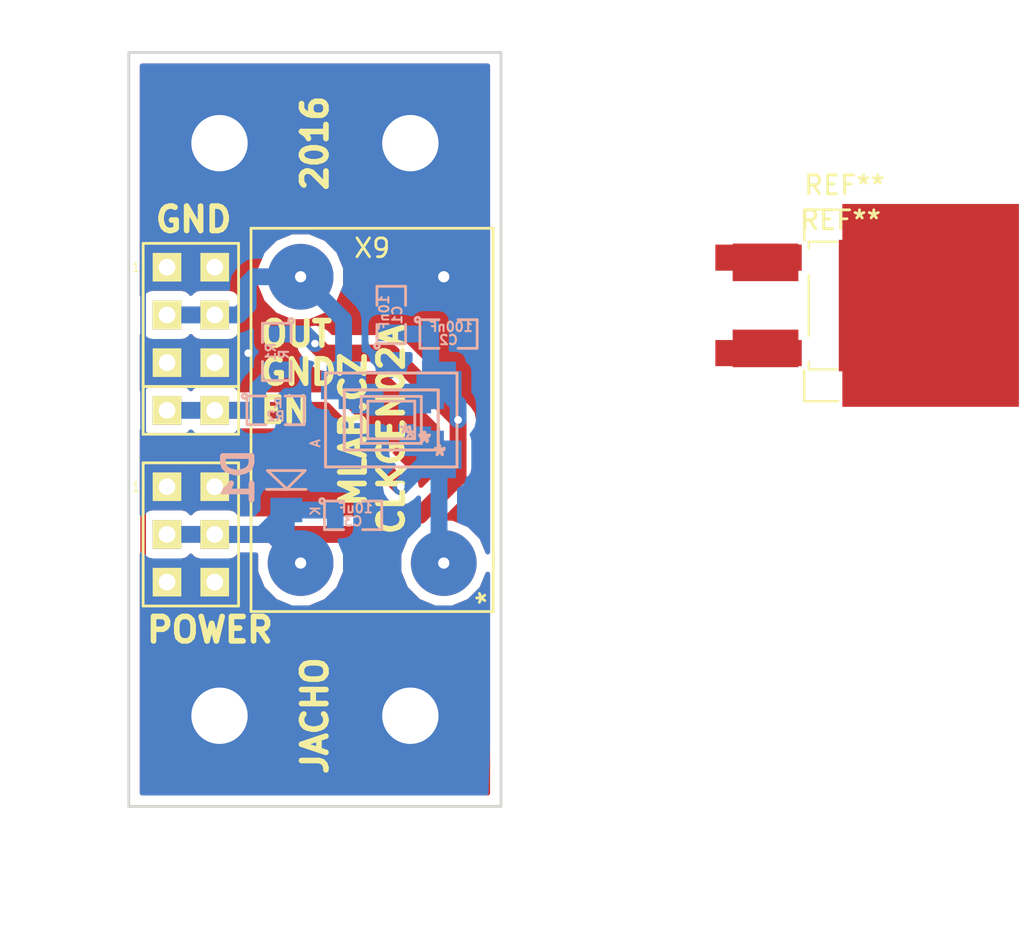
<source format=kicad_pcb>
(kicad_pcb (version 20170123) (host pcbnew "(2017-02-05 revision 431abcf)-makepkg")

  (general
    (links 0)
    (no_connects 0)
    (area -6.604 -43.18 24.384001 7.112001)
    (thickness 1.6)
    (drawings 13)
    (tracks 76)
    (zones 0)
    (modules 23)
    (nets 5)
  )

  (page A4)
  (layers
    (0 F.Cu signal)
    (31 B.Cu signal)
    (32 B.Adhes user)
    (33 F.Adhes user)
    (34 B.Paste user)
    (35 F.Paste user)
    (36 B.SilkS user)
    (37 F.SilkS user)
    (38 B.Mask user)
    (39 F.Mask user)
    (40 Dwgs.User user)
    (41 Cmts.User user)
    (42 Eco1.User user)
    (43 Eco2.User user)
    (44 Edge.Cuts user)
    (45 Margin user)
    (46 B.CrtYd user)
    (47 F.CrtYd user)
    (48 B.Fab user)
    (49 F.Fab user)
  )

  (setup
    (last_trace_width 0.25)
    (user_trace_width 0.3)
    (user_trace_width 0.4)
    (user_trace_width 0.5)
    (user_trace_width 0.6)
    (user_trace_width 0.7)
    (user_trace_width 0.8)
    (user_trace_width 0.9)
    (trace_clearance 0.2)
    (zone_clearance 0.508)
    (zone_45_only no)
    (trace_min 0.2)
    (segment_width 0.2)
    (edge_width 0.15)
    (via_size 0.8)
    (via_drill 0.4)
    (via_min_size 0.4)
    (via_min_drill 0.3)
    (uvia_size 0.3)
    (uvia_drill 0.1)
    (uvias_allowed no)
    (uvia_min_size 0.2)
    (uvia_min_drill 0.1)
    (pcb_text_width 0.3)
    (pcb_text_size 1.5 1.5)
    (mod_edge_width 0.15)
    (mod_text_size 1 1)
    (mod_text_width 0.15)
    (pad_size 6 6)
    (pad_drill 3)
    (pad_to_mask_clearance 0.2)
    (aux_axis_origin 0 0)
    (visible_elements 7FFFFF7F)
    (pcbplotparams
      (layerselection 0x010e0_80000001)
      (usegerberextensions false)
      (excludeedgelayer true)
      (linewidth 0.500000)
      (plotframeref false)
      (viasonmask false)
      (mode 1)
      (useauxorigin false)
      (hpglpennumber 1)
      (hpglpenspeed 20)
      (hpglpendiameter 15)
      (psnegative false)
      (psa4output false)
      (plotreference true)
      (plotvalue true)
      (plotinvisibletext false)
      (padsonsilk false)
      (subtractmaskfromsilk false)
      (outputformat 1)
      (mirror false)
      (drillshape 0)
      (scaleselection 1)
      (outputdirectory ../CAM_PROFI/))
  )

  (net 0 "")
  (net 1 VCC)
  (net 2 GND)
  (net 3 /EN)
  (net 4 /OUT)

  (net_class Default "Toto je výchozí třída sítě."
    (clearance 0.2)
    (trace_width 0.25)
    (via_dia 0.8)
    (via_drill 0.4)
    (uvia_dia 0.3)
    (uvia_drill 0.1)
    (add_net /EN)
    (add_net /OUT)
    (add_net GND)
    (add_net VCC)
  )

  (module Mlab_IO:DPAK-TO-252-2Lead (layer F.Cu) (tedit 58B3FEBC) (tstamp 58B47237)
    (at 37.846 -26.924)
    (descr "TO-252-2Lead DPAK")
    (attr smd)
    (fp_text reference REF** (at 0.3 -4.54) (layer F.SilkS)
      (effects (font (size 1 1) (thickness 0.15)))
    )
    (fp_text value TO-252-2Lead (at 0.25 4.81) (layer F.Fab)
      (effects (font (size 1 1) (thickness 0.15)))
    )
    (fp_line (start -1.4 -3.04) (end -1.4 -3.39) (layer F.SilkS) (width 0.12))
    (fp_line (start -1.4 -3.39) (end 0.1 -3.39) (layer F.SilkS) (width 0.12))
    (fp_line (start -1.4 1.61) (end -1.4 -1.59) (layer F.SilkS) (width 0.12))
    (fp_line (start 0.1 3.41) (end -1.4 3.41) (layer F.SilkS) (width 0.12))
    (fp_line (start -1.4 3.41) (end -1.4 3.01) (layer F.SilkS) (width 0.12))
    (fp_line (start 4.68 -2.7) (end 5.88 -2.7) (layer F.Fab) (width 0.1))
    (fp_line (start 5.88 -2.7) (end 5.88 2.72) (layer F.Fab) (width 0.1))
    (fp_line (start 5.88 2.72) (end 4.67 2.72) (layer F.Fab) (width 0.1))
    (fp_line (start -1.32 1.74) (end -4.23 1.74) (layer F.Fab) (width 0.1))
    (fp_line (start -4.23 2.88) (end -1.32 2.88) (layer F.Fab) (width 0.1))
    (fp_line (start -4.23 1.74) (end -4.23 2.88) (layer F.Fab) (width 0.1))
    (fp_line (start -4.23 -2.86) (end -4.23 -1.72) (layer F.Fab) (width 0.1))
    (fp_line (start -4.23 -1.72) (end -1.32 -1.72) (layer F.Fab) (width 0.1))
    (fp_line (start -1.32 -2.86) (end -4.23 -2.86) (layer F.Fab) (width 0.1))
    (fp_line (start -1.32 3.36) (end 4.67 3.36) (layer F.Fab) (width 0.1))
    (fp_line (start 4.67 3.36) (end 4.67 -3.34) (layer F.Fab) (width 0.1))
    (fp_line (start 4.67 -3.34) (end -1.32 -3.34) (layer F.Fab) (width 0.1))
    (fp_line (start -1.32 3.36) (end -1.32 -3.34) (layer F.Fab) (width 0.1))
    (fp_line (start 7.45 -3.74) (end 7.45 3.76) (layer F.CrtYd) (width 0.05))
    (fp_line (start 7.45 -3.74) (end -5.7 -3.74) (layer F.CrtYd) (width 0.05))
    (fp_line (start -5.7 3.76) (end 7.45 3.76) (layer F.CrtYd) (width 0.05))
    (fp_line (start -5.7 3.76) (end -5.7 -3.74) (layer F.CrtYd) (width 0.05))
    (pad 1 smd rect (at -3.7 -2.29 270) (size 2 3.5) (layers F.Cu F.Paste F.Mask))
    (pad 3 smd rect (at -3.7 2.29 270) (size 2 3.5) (layers F.Cu F.Paste F.Mask))
    (pad 4 smd rect (at 3.7 0.01 270) (size 7 7) (layers F.Cu F.Paste F.Mask))
    (model TO_SOT_Packages_SMD.3dshapes\TO-252-2Lead.wrl
      (at (xyz -0.1377952755905512 0 0))
      (scale (xyz 1 1 1))
      (rotate (xyz 0 0 90))
    )
  )

  (module Mlab_IO:D2PAK-TO-263-2Lead (layer F.Cu) (tedit 58B40229) (tstamp 58B414DB)
    (at 38.354 -26.924)
    (descr "D2PAK / TO-263 3-lead smd package")
    (tags "D2PAK D2PAK-3 TO-263AB TO-263")
    (attr smd)
    (fp_text reference REF** (at 0 -6.4 180) (layer F.SilkS)
      (effects (font (size 1 1) (thickness 0.15)))
    )
    (fp_text value D2PAK-TO-263-2Lead (at 0 6.45) (layer F.Fab)
      (effects (font (size 1 1) (thickness 0.15)))
    )
    (fp_line (start -2.15 3.45) (end -2.15 5.1) (layer F.SilkS) (width 0.12))
    (fp_line (start -2.15 5.1) (end -0.35 5.1) (layer F.SilkS) (width 0.12))
    (fp_line (start -0.35 -5.1) (end -2.15 -5.1) (layer F.SilkS) (width 0.12))
    (fp_line (start -2.15 -5.1) (end -2.15 -3.45) (layer F.SilkS) (width 0.12))
    (fp_line (start 6.95 5) (end 8.15 5) (layer F.Fab) (width 0.1))
    (fp_line (start 8.15 5) (end 8.15 -5) (layer F.Fab) (width 0.1))
    (fp_line (start 8.15 -5) (end 6.95 -5) (layer F.Fab) (width 0.1))
    (fp_line (start -2.05 -5) (end -2.05 5) (layer F.Fab) (width 0.1))
    (fp_line (start -2.05 5) (end 6.95 5) (layer F.Fab) (width 0.1))
    (fp_line (start 6.95 5) (end 6.95 -5) (layer F.Fab) (width 0.1))
    (fp_line (start 6.95 -5) (end -2.05 -5) (layer F.Fab) (width 0.1))
    (fp_line (start 9.55 5.65) (end -7.15 5.65) (layer F.CrtYd) (width 0.05))
    (fp_line (start 9.55 -5.65) (end 9.55 5.65) (layer F.CrtYd) (width 0.05))
    (fp_line (start 9.55 -5.65) (end -7.15 -5.65) (layer F.CrtYd) (width 0.05))
    (fp_line (start -7.15 -5.65) (end -7.15 5.65) (layer F.CrtYd) (width 0.05))
    (pad 4 smd rect (at 4.58 0) (size 9.4 10.8) (layers F.Cu F.Paste F.Mask))
    (pad 3 smd rect (at -4.58 2.54) (size 4.6 1.39) (layers F.Cu F.Paste F.Mask))
    (pad 1 smd rect (at -4.58 -2.54) (size 4.6 1.39) (layers F.Cu F.Paste F.Mask))
    (model TO_SOT_Packages_SMD.3dshapes/TO-263-3Lead.wrl
      (at (xyz -0.18 0 0))
      (scale (xyz 1 1 1))
      (rotate (xyz 0 0 90))
    )
  )

  (module Mlab_R:SMD-0805 (layer B.Cu) (tedit 54799E0C) (tstamp 57D25475)
    (at 14.224 -26.416 90)
    (path /57D269CE)
    (attr smd)
    (fp_text reference C1 (at 0 0.3175 90) (layer B.SilkS)
      (effects (font (size 0.50038 0.50038) (thickness 0.10922)) (justify mirror))
    )
    (fp_text value 10nF (at 0.127 -0.381 90) (layer B.SilkS)
      (effects (font (size 0.50038 0.50038) (thickness 0.10922)) (justify mirror))
    )
    (fp_circle (center -1.651 -0.762) (end -1.651 -0.635) (layer B.SilkS) (width 0.15))
    (fp_line (start -0.508 -0.762) (end -1.524 -0.762) (layer B.SilkS) (width 0.15))
    (fp_line (start -1.524 -0.762) (end -1.524 0.762) (layer B.SilkS) (width 0.15))
    (fp_line (start -1.524 0.762) (end -0.508 0.762) (layer B.SilkS) (width 0.15))
    (fp_line (start 0.508 0.762) (end 1.524 0.762) (layer B.SilkS) (width 0.15))
    (fp_line (start 1.524 0.762) (end 1.524 -0.762) (layer B.SilkS) (width 0.15))
    (fp_line (start 1.524 -0.762) (end 0.508 -0.762) (layer B.SilkS) (width 0.15))
    (pad 1 smd rect (at -0.9525 0 90) (size 0.889 1.397) (layers B.Cu B.Paste B.Mask)
      (net 1 VCC))
    (pad 2 smd rect (at 0.9525 0 90) (size 0.889 1.397) (layers B.Cu B.Paste B.Mask)
      (net 2 GND))
    (model MLAB_3D/Resistors/chip_cms.wrl
      (at (xyz 0 0 0))
      (scale (xyz 0.1 0.1 0.1))
      (rotate (xyz 0 0 0))
    )
  )

  (module Mlab_R:SMD-0805 (layer B.Cu) (tedit 54799E0C) (tstamp 57D2547B)
    (at 17.272 -25.4)
    (path /57D26AA8)
    (attr smd)
    (fp_text reference C2 (at 0 0.3175) (layer B.SilkS)
      (effects (font (size 0.50038 0.50038) (thickness 0.10922)) (justify mirror))
    )
    (fp_text value 100nF (at 0.127 -0.381) (layer B.SilkS)
      (effects (font (size 0.50038 0.50038) (thickness 0.10922)) (justify mirror))
    )
    (fp_circle (center -1.651 -0.762) (end -1.651 -0.635) (layer B.SilkS) (width 0.15))
    (fp_line (start -0.508 -0.762) (end -1.524 -0.762) (layer B.SilkS) (width 0.15))
    (fp_line (start -1.524 -0.762) (end -1.524 0.762) (layer B.SilkS) (width 0.15))
    (fp_line (start -1.524 0.762) (end -0.508 0.762) (layer B.SilkS) (width 0.15))
    (fp_line (start 0.508 0.762) (end 1.524 0.762) (layer B.SilkS) (width 0.15))
    (fp_line (start 1.524 0.762) (end 1.524 -0.762) (layer B.SilkS) (width 0.15))
    (fp_line (start 1.524 -0.762) (end 0.508 -0.762) (layer B.SilkS) (width 0.15))
    (pad 1 smd rect (at -0.9525 0) (size 0.889 1.397) (layers B.Cu B.Paste B.Mask)
      (net 1 VCC))
    (pad 2 smd rect (at 0.9525 0) (size 0.889 1.397) (layers B.Cu B.Paste B.Mask)
      (net 2 GND))
    (model MLAB_3D/Resistors/chip_cms.wrl
      (at (xyz 0 0 0))
      (scale (xyz 0.1 0.1 0.1))
      (rotate (xyz 0 0 0))
    )
  )

  (module Mlab_R:SMD-0805 (layer B.Cu) (tedit 54799E0C) (tstamp 57D25481)
    (at 12.192 -15.748)
    (path /57D26AEE)
    (attr smd)
    (fp_text reference C3 (at 0 0.3175) (layer B.SilkS)
      (effects (font (size 0.50038 0.50038) (thickness 0.10922)) (justify mirror))
    )
    (fp_text value 10uF (at 0.127 -0.381) (layer B.SilkS)
      (effects (font (size 0.50038 0.50038) (thickness 0.10922)) (justify mirror))
    )
    (fp_circle (center -1.651 -0.762) (end -1.651 -0.635) (layer B.SilkS) (width 0.15))
    (fp_line (start -0.508 -0.762) (end -1.524 -0.762) (layer B.SilkS) (width 0.15))
    (fp_line (start -1.524 -0.762) (end -1.524 0.762) (layer B.SilkS) (width 0.15))
    (fp_line (start -1.524 0.762) (end -0.508 0.762) (layer B.SilkS) (width 0.15))
    (fp_line (start 0.508 0.762) (end 1.524 0.762) (layer B.SilkS) (width 0.15))
    (fp_line (start 1.524 0.762) (end 1.524 -0.762) (layer B.SilkS) (width 0.15))
    (fp_line (start 1.524 -0.762) (end 0.508 -0.762) (layer B.SilkS) (width 0.15))
    (pad 1 smd rect (at -0.9525 0) (size 0.889 1.397) (layers B.Cu B.Paste B.Mask)
      (net 1 VCC))
    (pad 2 smd rect (at 0.9525 0) (size 0.889 1.397) (layers B.Cu B.Paste B.Mask)
      (net 2 GND))
    (model MLAB_3D/Resistors/chip_cms.wrl
      (at (xyz 0 0 0))
      (scale (xyz 0.1 0.1 0.1))
      (rotate (xyz 0 0 0))
    )
  )

  (module Mlab_Pin_Headers:Straight_2x03 (layer F.Cu) (tedit 55DC1460) (tstamp 57D25491)
    (at 3.556 -14.732)
    (descr "pin header straight 2x03")
    (tags "pin header straight 2x03")
    (path /57D2642C)
    (fp_text reference J1 (at 0 -5.08) (layer F.SilkS) hide
      (effects (font (size 1.5 1.5) (thickness 0.15)))
    )
    (fp_text value JUMP_3X2 (at 0 5.08) (layer F.SilkS) hide
      (effects (font (size 1.5 1.5) (thickness 0.15)))
    )
    (fp_text user 1 (at -2.921 -2.54) (layer F.SilkS)
      (effects (font (size 0.5 0.5) (thickness 0.05)))
    )
    (fp_line (start -2.54 -3.81) (end 2.54 -3.81) (layer F.SilkS) (width 0.15))
    (fp_line (start 2.54 -3.81) (end 2.54 3.81) (layer F.SilkS) (width 0.15))
    (fp_line (start 2.54 3.81) (end -2.54 3.81) (layer F.SilkS) (width 0.15))
    (fp_line (start -2.54 3.81) (end -2.54 -3.81) (layer F.SilkS) (width 0.15))
    (pad 1 thru_hole rect (at -1.27 -2.54) (size 1.524 1.524) (drill 0.889) (layers *.Cu *.Mask F.SilkS)
      (net 2 GND))
    (pad 2 thru_hole rect (at 1.27 -2.54) (size 1.524 1.524) (drill 0.889) (layers *.Cu *.Mask F.SilkS)
      (net 2 GND))
    (pad 3 thru_hole rect (at -1.27 0) (size 1.524 1.524) (drill 0.889) (layers *.Cu *.Mask F.SilkS)
      (net 1 VCC))
    (pad 4 thru_hole rect (at 1.27 0) (size 1.524 1.524) (drill 0.889) (layers *.Cu *.Mask F.SilkS)
      (net 1 VCC))
    (pad 5 thru_hole rect (at -1.27 2.54) (size 1.524 1.524) (drill 0.889) (layers *.Cu *.Mask F.SilkS)
      (net 2 GND))
    (pad 6 thru_hole rect (at 1.27 2.54) (size 1.524 1.524) (drill 0.889) (layers *.Cu *.Mask F.SilkS)
      (net 2 GND))
    (model Pin_Headers/Pin_Header_Straight_2x03.wrl
      (at (xyz 0 0 0))
      (scale (xyz 1 1 1))
      (rotate (xyz 0 0 90))
    )
  )

  (module Mlab_Pin_Headers:Straight_2x03 (layer F.Cu) (tedit 55DC1460) (tstamp 57D254A0)
    (at 3.556 -26.416)
    (descr "pin header straight 2x03")
    (tags "pin header straight 2x03")
    (path /57D273F3)
    (fp_text reference J3 (at 0 -5.08) (layer F.SilkS) hide
      (effects (font (size 1.5 1.5) (thickness 0.15)))
    )
    (fp_text value JUMP_3X2 (at 0 5.08) (layer F.SilkS) hide
      (effects (font (size 1.5 1.5) (thickness 0.15)))
    )
    (fp_text user 1 (at -2.921 -2.54) (layer F.SilkS)
      (effects (font (size 0.5 0.5) (thickness 0.05)))
    )
    (fp_line (start -2.54 -3.81) (end 2.54 -3.81) (layer F.SilkS) (width 0.15))
    (fp_line (start 2.54 -3.81) (end 2.54 3.81) (layer F.SilkS) (width 0.15))
    (fp_line (start 2.54 3.81) (end -2.54 3.81) (layer F.SilkS) (width 0.15))
    (fp_line (start -2.54 3.81) (end -2.54 -3.81) (layer F.SilkS) (width 0.15))
    (pad 1 thru_hole rect (at -1.27 -2.54) (size 1.524 1.524) (drill 0.889) (layers *.Cu *.Mask F.SilkS)
      (net 2 GND))
    (pad 2 thru_hole rect (at 1.27 -2.54) (size 1.524 1.524) (drill 0.889) (layers *.Cu *.Mask F.SilkS)
      (net 2 GND))
    (pad 3 thru_hole rect (at -1.27 0) (size 1.524 1.524) (drill 0.889) (layers *.Cu *.Mask F.SilkS)
      (net 4 /OUT))
    (pad 4 thru_hole rect (at 1.27 0) (size 1.524 1.524) (drill 0.889) (layers *.Cu *.Mask F.SilkS)
      (net 4 /OUT))
    (pad 5 thru_hole rect (at -1.27 2.54) (size 1.524 1.524) (drill 0.889) (layers *.Cu *.Mask F.SilkS)
      (net 2 GND))
    (pad 6 thru_hole rect (at 1.27 2.54) (size 1.524 1.524) (drill 0.889) (layers *.Cu *.Mask F.SilkS)
      (net 2 GND))
    (model Pin_Headers/Pin_Header_Straight_2x03.wrl
      (at (xyz 0 0 0))
      (scale (xyz 1 1 1))
      (rotate (xyz 0 0 90))
    )
  )

  (module Mlab_Mechanical:MountingHole_3mm placed (layer F.Cu) (tedit 5535DB2C) (tstamp 57D254A5)
    (at 5.08 -5.08)
    (descr "Mounting hole, Befestigungsbohrung, 3mm, No Annular, Kein Restring,")
    (tags "Mounting hole, Befestigungsbohrung, 3mm, No Annular, Kein Restring,")
    (path /57D299A2)
    (fp_text reference M1 (at 0 -4.191) (layer F.SilkS) hide
      (effects (font (thickness 0.3048)))
    )
    (fp_text value HOLE (at 0 4.191) (layer F.SilkS) hide
      (effects (font (thickness 0.3048)))
    )
    (fp_circle (center 0 0) (end 2.99974 0) (layer Cmts.User) (width 0.381))
    (pad 1 thru_hole circle (at 0 0) (size 6 6) (drill 3) (layers *.Cu *.Adhes *.Mask)
      (net 2 GND) (clearance 1) (zone_connect 2))
  )

  (module Mlab_Mechanical:MountingHole_3mm placed (layer F.Cu) (tedit 5535DB2C) (tstamp 57D254AA)
    (at 5.08 -35.56)
    (descr "Mounting hole, Befestigungsbohrung, 3mm, No Annular, Kein Restring,")
    (tags "Mounting hole, Befestigungsbohrung, 3mm, No Annular, Kein Restring,")
    (path /57D2A387)
    (fp_text reference M2 (at 0 -4.191) (layer F.SilkS) hide
      (effects (font (thickness 0.3048)))
    )
    (fp_text value HOLE (at 0 4.191) (layer F.SilkS) hide
      (effects (font (thickness 0.3048)))
    )
    (fp_circle (center 0 0) (end 2.99974 0) (layer Cmts.User) (width 0.381))
    (pad 1 thru_hole circle (at 0 0) (size 6 6) (drill 3) (layers *.Cu *.Adhes *.Mask)
      (net 2 GND) (clearance 1) (zone_connect 2))
  )

  (module Mlab_Mechanical:MountingHole_3mm placed (layer F.Cu) (tedit 5535DB2C) (tstamp 57D254AF)
    (at 15.24 -5.08)
    (descr "Mounting hole, Befestigungsbohrung, 3mm, No Annular, Kein Restring,")
    (tags "Mounting hole, Befestigungsbohrung, 3mm, No Annular, Kein Restring,")
    (path /57D2A075)
    (fp_text reference M3 (at 0 -4.191) (layer F.SilkS) hide
      (effects (font (thickness 0.3048)))
    )
    (fp_text value HOLE (at 0 4.191) (layer F.SilkS) hide
      (effects (font (thickness 0.3048)))
    )
    (fp_circle (center 0 0) (end 2.99974 0) (layer Cmts.User) (width 0.381))
    (pad 1 thru_hole circle (at 0 0) (size 6 6) (drill 3) (layers *.Cu *.Adhes *.Mask)
      (net 2 GND) (clearance 1) (zone_connect 2))
  )

  (module Mlab_Mechanical:MountingHole_3mm placed (layer F.Cu) (tedit 5535DB2C) (tstamp 57D254B4)
    (at 15.24 -35.56)
    (descr "Mounting hole, Befestigungsbohrung, 3mm, No Annular, Kein Restring,")
    (tags "Mounting hole, Befestigungsbohrung, 3mm, No Annular, Kein Restring,")
    (path /57D2A395)
    (fp_text reference M4 (at 0 -4.191) (layer F.SilkS) hide
      (effects (font (thickness 0.3048)))
    )
    (fp_text value HOLE (at 0 4.191) (layer F.SilkS) hide
      (effects (font (thickness 0.3048)))
    )
    (fp_circle (center 0 0) (end 2.99974 0) (layer Cmts.User) (width 0.381))
    (pad 1 thru_hole circle (at 0 0) (size 6 6) (drill 3) (layers *.Cu *.Adhes *.Mask)
      (net 2 GND) (clearance 1) (zone_connect 2))
  )

  (module Mlab_R:SMD-0805 (layer B.Cu) (tedit 54799E0C) (tstamp 57D254BA)
    (at 8.128 -24.4475 270)
    (path /57D25C77)
    (attr smd)
    (fp_text reference R1 (at 0 0.3175 270) (layer B.SilkS)
      (effects (font (size 0.50038 0.50038) (thickness 0.10922)) (justify mirror))
    )
    (fp_text value R (at 0.127 -0.381 270) (layer B.SilkS)
      (effects (font (size 0.50038 0.50038) (thickness 0.10922)) (justify mirror))
    )
    (fp_circle (center -1.651 -0.762) (end -1.651 -0.635) (layer B.SilkS) (width 0.15))
    (fp_line (start -0.508 -0.762) (end -1.524 -0.762) (layer B.SilkS) (width 0.15))
    (fp_line (start -1.524 -0.762) (end -1.524 0.762) (layer B.SilkS) (width 0.15))
    (fp_line (start -1.524 0.762) (end -0.508 0.762) (layer B.SilkS) (width 0.15))
    (fp_line (start 0.508 0.762) (end 1.524 0.762) (layer B.SilkS) (width 0.15))
    (fp_line (start 1.524 0.762) (end 1.524 -0.762) (layer B.SilkS) (width 0.15))
    (fp_line (start 1.524 -0.762) (end 0.508 -0.762) (layer B.SilkS) (width 0.15))
    (pad 1 smd rect (at -0.9525 0 270) (size 0.889 1.397) (layers B.Cu B.Paste B.Mask)
      (net 1 VCC))
    (pad 2 smd rect (at 0.9525 0 270) (size 0.889 1.397) (layers B.Cu B.Paste B.Mask)
      (net 3 /EN))
    (model MLAB_3D/Resistors/chip_cms.wrl
      (at (xyz 0 0 0))
      (scale (xyz 0.1 0.1 0.1))
      (rotate (xyz 0 0 0))
    )
  )

  (module Mlab_R:SMD-0805 (layer B.Cu) (tedit 54799E0C) (tstamp 57D254C0)
    (at 8.0645 -21.336)
    (path /57D25CC8)
    (attr smd)
    (fp_text reference R2 (at 0 0.3175) (layer B.SilkS)
      (effects (font (size 0.50038 0.50038) (thickness 0.10922)) (justify mirror))
    )
    (fp_text value R (at 0.127 -0.381) (layer B.SilkS)
      (effects (font (size 0.50038 0.50038) (thickness 0.10922)) (justify mirror))
    )
    (fp_circle (center -1.651 -0.762) (end -1.651 -0.635) (layer B.SilkS) (width 0.15))
    (fp_line (start -0.508 -0.762) (end -1.524 -0.762) (layer B.SilkS) (width 0.15))
    (fp_line (start -1.524 -0.762) (end -1.524 0.762) (layer B.SilkS) (width 0.15))
    (fp_line (start -1.524 0.762) (end -0.508 0.762) (layer B.SilkS) (width 0.15))
    (fp_line (start 0.508 0.762) (end 1.524 0.762) (layer B.SilkS) (width 0.15))
    (fp_line (start 1.524 0.762) (end 1.524 -0.762) (layer B.SilkS) (width 0.15))
    (fp_line (start 1.524 -0.762) (end 0.508 -0.762) (layer B.SilkS) (width 0.15))
    (pad 1 smd rect (at -0.9525 0) (size 0.889 1.397) (layers B.Cu B.Paste B.Mask)
      (net 3 /EN))
    (pad 2 smd rect (at 0.9525 0) (size 0.889 1.397) (layers B.Cu B.Paste B.Mask)
      (net 2 GND))
    (model MLAB_3D/Resistors/chip_cms.wrl
      (at (xyz 0 0 0))
      (scale (xyz 0.1 0.1 0.1))
      (rotate (xyz 0 0 0))
    )
  )

  (module Mlab_XTAL:ASFL1 (layer B.Cu) (tedit 57D290C2) (tstamp 57D254CD)
    (at 14.224 -20.828 180)
    (path /57D140B9)
    (fp_text reference X1 (at 0 2.794 180) (layer B.SilkS) hide
      (effects (font (size 1 1) (thickness 0.15)) (justify mirror))
    )
    (fp_text value "ASFL1, ASFLK" (at 0 -2.794 180) (layer B.SilkS) hide
      (effects (font (size 1 1) (thickness 0.15)) (justify mirror))
    )
    (fp_text user * (at -1.7399 -1.1938 180) (layer B.SilkS)
      (effects (font (size 1 1) (thickness 0.15)) (justify mirror))
    )
    (fp_line (start -2.5 1.6) (end 2.5 1.6) (layer B.SilkS) (width 0.15))
    (fp_line (start 2.5 1.6) (end 2.5 -1.6) (layer B.SilkS) (width 0.15))
    (fp_line (start 2.5 -1.6) (end -2.5 -1.6) (layer B.SilkS) (width 0.15))
    (fp_line (start -2.5 -1.6) (end -2.5 1.6) (layer B.SilkS) (width 0.15))
    (pad 1 smd rect (at -1.27 -1.1 180) (size 1.7 1.5) (layers B.Cu B.Paste B.Mask)
      (net 3 /EN))
    (pad 2 smd rect (at 1.27 -1.1 180) (size 1.7 1.5) (layers B.Cu B.Paste B.Mask)
      (net 2 GND))
    (pad 3 smd rect (at 1.27 1.1 180) (size 1.7 1.5) (layers B.Cu B.Paste B.Mask)
      (net 4 /OUT))
    (pad 4 smd rect (at -1.27 1.1 180) (size 1.7 1.5) (layers B.Cu B.Paste B.Mask)
      (net 1 VCC))
  )

  (module Mlab_XTAL:CFPS-72,73 (layer B.Cu) (tedit 57D290D2) (tstamp 57D254DA)
    (at 14.224 -20.828 180)
    (tags CFPS-72,73)
    (path /57D14167)
    (fp_text reference X2 (at 1.1811 1.4351 180) (layer B.SilkS) hide
      (effects (font (size 1 1) (thickness 0.15)) (justify mirror))
    )
    (fp_text value CFPS-72,CFPS-73 (at 1.1557 -0.254 180) (layer B.SilkS) hide
      (effects (font (size 1 1) (thickness 0.15)) (justify mirror))
    )
    (fp_text user * (at -2.5781 -1.905 180) (layer B.SilkS)
      (effects (font (size 1 1) (thickness 0.15)) (justify mirror))
    )
    (fp_line (start -3.5 2.5) (end 3.5 2.5) (layer B.SilkS) (width 0.15))
    (fp_line (start 3.5 2.5) (end 3.5 -2.5) (layer B.SilkS) (width 0.15))
    (fp_line (start 3.5 -2.5) (end -3.5 -2.5) (layer B.SilkS) (width 0.15))
    (fp_line (start -3.5 -2.5) (end -3.5 2.5) (layer B.SilkS) (width 0.15))
    (pad 1 smd rect (at -2.54 -2.1 180) (size 1.8 2) (layers B.Cu B.Paste B.Mask)
      (net 3 /EN))
    (pad 2 smd rect (at 2.54 -2.1 180) (size 1.8 2) (layers B.Cu B.Paste B.Mask)
      (net 2 GND))
    (pad 3 smd rect (at 2.54 2.1 180) (size 1.8 2) (layers B.Cu B.Paste B.Mask)
      (net 4 /OUT))
    (pad 4 smd rect (at -2.54 2.1 180) (size 1.8 2) (layers B.Cu B.Paste B.Mask)
      (net 1 VCC))
  )

  (module Mlab_XTAL:ISM92 (layer B.Cu) (tedit 57D290B6) (tstamp 57D254E7)
    (at 14.224 -20.828 180)
    (tags ISM92)
    (path /57D1428F)
    (fp_text reference X3 (at 0.3048 2.7178 180) (layer B.SilkS) hide
      (effects (font (size 1 1) (thickness 0.15)) (justify mirror))
    )
    (fp_text value ISM92 (at 1.5494 -2.794 180) (layer B.SilkS) hide
      (effects (font (size 1 1) (thickness 0.15)) (justify mirror))
    )
    (fp_text user * (at -1.8034 -1.2065 180) (layer B.SilkS)
      (effects (font (size 1 1) (thickness 0.15)) (justify mirror))
    )
    (fp_line (start -2.5 1.6) (end 2.5 1.6) (layer B.SilkS) (width 0.15))
    (fp_line (start 2.5 1.6) (end 2.5 -1.6) (layer B.SilkS) (width 0.15))
    (fp_line (start 2.5 -1.6) (end -2.5 -1.6) (layer B.SilkS) (width 0.15))
    (fp_line (start -2.5 -1.6) (end -2.5 1.6) (layer B.SilkS) (width 0.15))
    (pad 1 smd rect (at -1.45 -1.25 180) (size 1.6 1.35) (layers B.Cu B.Paste B.Mask)
      (net 3 /EN))
    (pad 2 smd rect (at 1.45 -1.25 180) (size 1.6 1.35) (layers B.Cu B.Paste B.Mask)
      (net 2 GND))
    (pad 3 smd rect (at 1.45 1.25 180) (size 1.6 1.35) (layers B.Cu B.Paste B.Mask)
      (net 4 /OUT))
    (pad 4 smd rect (at -1.45 1.25 180) (size 1.6 1.35) (layers B.Cu B.Paste B.Mask)
      (net 1 VCC))
  )

  (module Mlab_XTAL:ISM97 (layer B.Cu) (tedit 57D290DA) (tstamp 57D254F4)
    (at 14.224 -20.828 180)
    (tags ISM97)
    (path /57D144BA)
    (fp_text reference X4 (at 0.9144 1.9177 180) (layer B.SilkS) hide
      (effects (font (size 1 1) (thickness 0.15)) (justify mirror))
    )
    (fp_text value ISM97 (at 1.4351 -2.0066 180) (layer B.SilkS) hide
      (effects (font (size 1 1) (thickness 0.15)) (justify mirror))
    )
    (fp_text user * (at -1.0033 -1.0033 180) (layer B.SilkS)
      (effects (font (size 1 1) (thickness 0.15)) (justify mirror))
    )
    (fp_line (start -1.6 1.25) (end 1.6 1.25) (layer B.SilkS) (width 0.15))
    (fp_line (start 1.6 1.25) (end 1.6 -1.25) (layer B.SilkS) (width 0.15))
    (fp_line (start 1.6 -1.25) (end -1.6 -1.25) (layer B.SilkS) (width 0.15))
    (fp_line (start -1.6 -1.25) (end -1.6 1.25) (layer B.SilkS) (width 0.15))
    (pad 1 smd rect (at -1.3 -1 180) (size 1.4 1.3) (layers B.Cu B.Paste B.Mask)
      (net 3 /EN))
    (pad 2 smd rect (at 1.3 -1 180) (size 1.4 1.3) (layers B.Cu B.Paste B.Mask)
      (net 2 GND))
    (pad 3 smd rect (at 1.3 1 180) (size 1.4 1.3) (layers B.Cu B.Paste B.Mask)
      (net 4 /OUT))
    (pad 4 smd rect (at -1.3 1 180) (size 1.4 1.3) (layers B.Cu B.Paste B.Mask)
      (net 1 VCC))
  )

  (module Mlab_XTAL:I533_1534_1733_1734 (layer B.Cu) (tedit 57D290C9) (tstamp 57D2550E)
    (at 14.224 -20.828 180)
    (tags I533/1534/1733/1734)
    (path /57D141F8)
    (fp_text reference X6 (at 0.254 0.5334 180) (layer B.SilkS) hide
      (effects (font (size 1 1) (thickness 0.15)) (justify mirror))
    )
    (fp_text value I533_I534_I733_I734_Series (at 0.889 -3.1496 180) (layer B.SilkS) hide
      (effects (font (size 1 1) (thickness 0.15)) (justify mirror))
    )
    (fp_text user * (at -1.7653 -1.2827 180) (layer B.SilkS)
      (effects (font (size 1 1) (thickness 0.15)) (justify mirror))
    )
    (fp_line (start -2.5 1.6) (end 2.5 1.6) (layer B.SilkS) (width 0.15))
    (fp_line (start 2.5 1.6) (end 2.5 -1.6) (layer B.SilkS) (width 0.15))
    (fp_line (start 2.5 -1.6) (end -2.5 -1.6) (layer B.SilkS) (width 0.15))
    (fp_line (start -2.5 -1.6) (end -2.5 1.6) (layer B.SilkS) (width 0.15))
    (pad 1 smd rect (at -2 -1.25 180) (size 1.6 1.35) (layers B.Cu B.Paste B.Mask)
      (net 3 /EN))
    (pad 2 smd rect (at 2 -1.25 180) (size 1.6 1.35) (layers B.Cu B.Paste B.Mask)
      (net 2 GND))
    (pad 3 smd rect (at 2 1.25 180) (size 1.6 1.35) (layers B.Cu B.Paste B.Mask)
      (net 4 /OUT))
    (pad 4 smd rect (at -2 1.25 180) (size 1.6 1.35) (layers B.Cu B.Paste B.Mask)
      (net 1 VCC))
  )

  (module Mlab_XTAL:ISM81 (layer B.Cu) (tedit 57D290CE) (tstamp 57D2551B)
    (at 14.224 -20.828 180)
    (tags ISM81)
    (path /57D1425E)
    (fp_text reference X7 (at -0.127 1.5113 180) (layer B.SilkS) hide
      (effects (font (size 1 1) (thickness 0.15)) (justify mirror))
    )
    (fp_text value ISM81 (at 0.6096 -0.635 180) (layer B.SilkS) hide
      (effects (font (size 1 1) (thickness 0.15)) (justify mirror))
    )
    (fp_text user * (at -2.5781 -1.9812 180) (layer B.SilkS)
      (effects (font (size 1 1) (thickness 0.15)) (justify mirror))
    )
    (fp_line (start -3.5 2.5) (end 3.5 2.5) (layer B.SilkS) (width 0.15))
    (fp_line (start 3.5 2.5) (end 3.5 -2.5) (layer B.SilkS) (width 0.15))
    (fp_line (start 3.5 -2.5) (end -3.5 -2.5) (layer B.SilkS) (width 0.15))
    (fp_line (start -3.5 -2.5) (end -3.5 2.5) (layer B.SilkS) (width 0.15))
    (pad 1 smd rect (at -2.54 -1.85 180) (size 2.4 1.5) (layers B.Cu B.Paste B.Mask)
      (net 3 /EN))
    (pad 2 smd rect (at 2.54 -1.85 180) (size 2.4 1.5) (layers B.Cu B.Paste B.Mask)
      (net 2 GND))
    (pad 3 smd rect (at 2.54 1.85 180) (size 2.4 1.5) (layers B.Cu B.Paste B.Mask)
      (net 4 /OUT))
    (pad 4 smd rect (at -2.54 1.85 180) (size 2.4 1.5) (layers B.Cu B.Paste B.Mask)
      (net 1 VCC))
  )

  (module Mlab_XTAL:ISM95 (layer B.Cu) (tedit 57D290D6) (tstamp 57D25528)
    (at 14.224 -20.828 180)
    (tags ISM95)
    (path /57D14302)
    (fp_text reference X8 (at 0.9144 1.9177 180) (layer B.SilkS) hide
      (effects (font (size 1 1) (thickness 0.15)) (justify mirror))
    )
    (fp_text value ISM95 (at 1.4351 -2.0066 180) (layer B.SilkS) hide
      (effects (font (size 1 1) (thickness 0.15)) (justify mirror))
    )
    (fp_text user * (at -0.7493 -0.762 180) (layer B.SilkS)
      (effects (font (size 1 1) (thickness 0.15)) (justify mirror))
    )
    (fp_line (start -1.25 1) (end 1.25 1) (layer B.SilkS) (width 0.15))
    (fp_line (start 1.25 1) (end 1.25 -1) (layer B.SilkS) (width 0.15))
    (fp_line (start 1.25 -1) (end -1.25 -1) (layer B.SilkS) (width 0.15))
    (fp_line (start -1.25 -1) (end -1.25 1) (layer B.SilkS) (width 0.15))
    (pad 1 smd rect (at -0.825 -0.625 180) (size 0.9 0.8) (layers B.Cu B.Paste B.Mask)
      (net 3 /EN))
    (pad 2 smd rect (at 0.825 -0.625 180) (size 0.9 0.8) (layers B.Cu B.Paste B.Mask)
      (net 2 GND))
    (pad 3 smd rect (at 0.825 0.625 180) (size 0.9 0.8) (layers B.Cu B.Paste B.Mask)
      (net 4 /OUT))
    (pad 4 smd rect (at -0.825 0.625 180) (size 0.9 0.8) (layers B.Cu B.Paste B.Mask)
      (net 1 VCC))
  )

  (module Mlab_XTAL:OSC-F (layer F.Cu) (tedit 57D64AB1) (tstamp 57D25535)
    (at 13.208 -20.828 90)
    (tags OSC-F)
    (path /57D2949D)
    (fp_text reference X9 (at 9.144 0 180) (layer F.SilkS)
      (effects (font (size 1 1) (thickness 0.15)))
    )
    (fp_text value OSC-F (at 0.6731 1.0033 90) (layer F.SilkS) hide
      (effects (font (size 1 1) (thickness 0.15)))
    )
    (fp_text user * (at -9.4742 6.1087 90) (layer F.SilkS)
      (effects (font (size 1 1) (thickness 0.15)))
    )
    (fp_line (start -10.2 -6.45) (end 10.2 -6.45) (layer F.SilkS) (width 0.15))
    (fp_line (start 10.2 -6.45) (end 10.2 6.45) (layer F.SilkS) (width 0.15))
    (fp_line (start 10.2 6.45) (end -10.2 6.45) (layer F.SilkS) (width 0.15))
    (fp_line (start -10.2 6.45) (end -10.2 -6.45) (layer F.SilkS) (width 0.15))
    (pad 1 thru_hole circle (at -7.62 3.81 90) (size 3.5 3.5) (drill 0.6) (layers *.Cu *.Mask)
      (net 3 /EN))
    (pad 2 thru_hole circle (at 7.62 3.81 90) (size 3.5 3.5) (drill 0.6) (layers *.Cu *.Mask)
      (net 2 GND))
    (pad 3 thru_hole circle (at 7.62 -3.81 90) (size 3.5 3.5) (drill 0.6) (layers *.Cu *.Mask)
      (net 4 /OUT))
    (pad 4 thru_hole circle (at -7.62 -3.81 90) (size 3.5 3.5) (drill 0.6) (layers *.Cu *.Mask)
      (net 1 VCC))
  )

  (module Mlab_Pin_Headers:Straight_1x02 (layer F.Cu) (tedit 5535DB0D) (tstamp 57D25622)
    (at 3.556 -21.336 90)
    (descr "pin header straight 1x02")
    (tags "pin header straight 1x02")
    (path /57D25FB0)
    (fp_text reference J2 (at 0 -3.81 90) (layer F.SilkS) hide
      (effects (font (size 1.5 1.5) (thickness 0.15)))
    )
    (fp_text value JUMP_2x1 (at 0 3.81 90) (layer F.SilkS) hide
      (effects (font (size 1.5 1.5) (thickness 0.15)))
    )
    (fp_text user 1 (at -1.651 -1.27 90) (layer F.SilkS) hide
      (effects (font (size 0.5 0.5) (thickness 0.05)))
    )
    (fp_line (start -1.27 -2.54) (end 1.27 -2.54) (layer F.SilkS) (width 0.15))
    (fp_line (start 1.27 -2.54) (end 1.27 2.54) (layer F.SilkS) (width 0.15))
    (fp_line (start 1.27 2.54) (end -1.27 2.54) (layer F.SilkS) (width 0.15))
    (fp_line (start -1.27 2.54) (end -1.27 -2.54) (layer F.SilkS) (width 0.15))
    (pad 2 thru_hole rect (at 0 1.27 90) (size 1.524 1.524) (drill 0.889) (layers *.Cu *.Mask F.SilkS)
      (net 3 /EN))
    (pad 1 thru_hole rect (at 0 -1.27 90) (size 1.524 1.524) (drill 0.889) (layers *.Cu *.Mask F.SilkS)
      (net 3 /EN))
    (model Pin_Headers/Pin_Header_Straight_1x02.wrl
      (at (xyz 0 0 0))
      (scale (xyz 1 1 1))
      (rotate (xyz 0 0 90))
    )
  )

  (module Mlab_D:Diode-MiniMELF_Standard (layer B.Cu) (tedit 57D29160) (tstamp 57D25487)
    (at 8.636 -17.78 270)
    (descr "Diode Mini-MELF Standard")
    (tags "Diode Mini-MELF Standard")
    (path /57D26757)
    (attr smd)
    (fp_text reference D1 (at 0 2.54 270) (layer B.SilkS)
      (effects (font (thickness 0.3048)) (justify mirror))
    )
    (fp_text value BZV55C (at 0 -3.81 270) (layer B.SilkS) hide
      (effects (font (thickness 0.3048)) (justify mirror))
    )
    (fp_line (start 0.65024 -0.0508) (end -0.35052 1.00076) (layer B.SilkS) (width 0.15))
    (fp_line (start -0.35052 1.00076) (end -0.35052 -1.00076) (layer B.SilkS) (width 0.15))
    (fp_line (start -0.35052 -1.00076) (end 0.65024 0) (layer B.SilkS) (width 0.15))
    (fp_line (start 0.65024 1.04902) (end 0.65024 -1.04902) (layer B.SilkS) (width 0.15))
    (fp_text user A (at -1.80086 -1.5494 270) (layer B.SilkS)
      (effects (font (size 0.50038 0.50038) (thickness 0.09906)) (justify mirror))
    )
    (fp_text user K (at 1.80086 -1.5494 270) (layer B.SilkS)
      (effects (font (size 0.50038 0.50038) (thickness 0.09906)) (justify mirror))
    )
    (fp_circle (center 0 0) (end 0 -0.55118) (layer B.Adhes) (width 0.381))
    (fp_circle (center 0 0) (end 0 -0.20066) (layer B.Adhes) (width 0.381))
    (pad 2 smd rect (at -1.75006 0 270) (size 1.30048 1.69926) (layers B.Cu B.Paste B.Mask)
      (net 2 GND))
    (pad 1 smd rect (at 1.75006 0 270) (size 1.30048 1.69926) (layers B.Cu B.Paste B.Mask)
      (net 1 VCC))
    (model MLAB_3D/Diodes/MiniMELF_DO213AA.wrl
      (at (xyz 0 0 0))
      (scale (xyz 0.3937 0.3937 0.3937))
      (rotate (xyz 0 0 0))
    )
  )

  (gr_text CLKGEN02A (at 14.224 -20.32 90) (layer F.SilkS)
    (effects (font (size 1.3 1.3) (thickness 0.3)))
  )
  (gr_text 2016 (at 10.16 -35.56 90) (layer F.SilkS)
    (effects (font (size 1.3 1.3) (thickness 0.3)))
  )
  (gr_text JACHO (at 10.16 -5.08 90) (layer F.SilkS)
    (effects (font (size 1.3 1.3) (thickness 0.3)))
  )
  (gr_text MLAB.CZ (at 12.192 -20.32 90) (layer F.SilkS)
    (effects (font (size 1.3 1.3) (thickness 0.3)))
  )
  (gr_text GND (at 1.524 -31.496) (layer F.SilkS)
    (effects (font (size 1.3 1.3) (thickness 0.3)) (justify left))
  )
  (gr_text OUT (at 7.112 -25.4) (layer F.SilkS)
    (effects (font (size 1.3 1.3) (thickness 0.3)) (justify left))
  )
  (gr_text GND (at 7.112 -23.368) (layer F.SilkS)
    (effects (font (size 1.3 1.3) (thickness 0.3)) (justify left))
  )
  (gr_text EN (at 7.112 -21.336) (layer F.SilkS)
    (effects (font (size 1.3 1.3) (thickness 0.3)) (justify left))
  )
  (gr_text POWER (at 4.572 -9.652) (layer F.SilkS)
    (effects (font (size 1.3 1.3) (thickness 0.3)))
  )
  (gr_line (start 0.254 -40.386) (end 20.066 -40.386) (angle 90) (layer Edge.Cuts) (width 0.15))
  (gr_line (start 20.066 -0.254) (end 20.066 -40.386) (angle 90) (layer Edge.Cuts) (width 0.15))
  (gr_line (start 0.254 -0.254) (end 20.066 -0.254) (angle 90) (layer Edge.Cuts) (width 0.15))
  (gr_line (start 0.254 -40.386) (end 0.254 -0.254) (angle 90) (layer Edge.Cuts) (width 0.15))

  (segment (start 10.668 -24.384) (end 14.224 -24.384) (width 0.9) (layer F.Cu) (net 1))
  (segment (start 14.224 -24.384) (end 17.78 -20.828) (width 0.9) (layer F.Cu) (net 1))
  (segment (start 10.16 -24.892) (end 10.668 -24.384) (width 0.9) (layer F.Cu) (net 1))
  (segment (start 8.128 -25.4) (end 9.652 -25.4) (width 0.9) (layer B.Cu) (net 1))
  (segment (start 9.652 -25.4) (end 10.16 -24.892) (width 0.9) (layer B.Cu) (net 1))
  (via (at 10.16 -24.892) (size 0.8) (drill 0.4) (layers F.Cu B.Cu) (net 1))
  (via (at 17.78 -20.828) (size 0.8) (drill 0.4) (layers F.Cu B.Cu) (net 1))
  (segment (start 16.3195 -25.4) (end 14.2875 -25.4) (width 0.9) (layer B.Cu) (net 1))
  (segment (start 14.2875 -25.4) (end 14.224 -25.4635) (width 0.9) (layer B.Cu) (net 1))
  (segment (start 16.3195 -25.4) (end 16.3195 -23.1225) (width 0.9) (layer B.Cu) (net 1))
  (segment (start 16.3195 -23.1225) (end 16.764 -22.678) (width 0.9) (layer B.Cu) (net 1))
  (segment (start 17.78 -20.828) (end 17.78 -21.662) (width 0.9) (layer B.Cu) (net 1))
  (segment (start 17.78 -21.662) (end 16.764 -22.678) (width 0.9) (layer B.Cu) (net 1))
  (segment (start 15.832009 -15.832009) (end 17.78 -17.78) (width 0.9) (layer F.Cu) (net 1))
  (segment (start 17.78 -17.78) (end 17.78 -20.828) (width 0.9) (layer F.Cu) (net 1))
  (via (at 17.78 -20.828) (size 0.6) (drill 0.4) (layers F.Cu B.Cu) (net 1))
  (segment (start 15.748 -15.748) (end 15.832009 -15.832009) (width 0.9) (layer F.Cu) (net 1))
  (segment (start 14.763648 -15.748) (end 15.748 -15.748) (width 0.9) (layer F.Cu) (net 1))
  (segment (start 4.826 -14.732) (end 13.747648 -14.732) (width 0.9) (layer F.Cu) (net 1))
  (segment (start 13.747648 -14.732) (end 14.763648 -15.748) (width 0.9) (layer F.Cu) (net 1))
  (segment (start 8.636 -16.02994) (end 10.95756 -16.02994) (width 0.9) (layer B.Cu) (net 1))
  (segment (start 10.95756 -16.02994) (end 11.2395 -15.748) (width 0.9) (layer B.Cu) (net 1))
  (segment (start 4.826 -14.732) (end 7.874 -14.732) (width 0.9) (layer B.Cu) (net 1))
  (segment (start 7.874 -14.732) (end 9.398 -13.208) (width 0.9) (layer B.Cu) (net 1))
  (segment (start 8.636 -16.02994) (end 8.636 -13.97) (width 0.9) (layer B.Cu) (net 1))
  (segment (start 8.636 -13.97) (end 9.398 -13.208) (width 0.9) (layer B.Cu) (net 1))
  (segment (start 4.826 -14.732) (end 7.33806 -14.732) (width 0.9) (layer B.Cu) (net 1))
  (segment (start 7.33806 -14.732) (end 8.636 -16.02994) (width 0.9) (layer B.Cu) (net 1))
  (segment (start 2.286 -14.732) (end 4.826 -14.732) (width 0.9) (layer B.Cu) (net 1))
  (segment (start 1.016 -23.668) (end 1.016 -19.604) (width 0.3) (layer F.Cu) (net 2))
  (segment (start 1.016 -19.604) (end 2.286 -18.334) (width 0.3) (layer F.Cu) (net 2))
  (segment (start 2.286 -18.334) (end 2.286 -17.272) (width 0.3) (layer F.Cu) (net 2))
  (segment (start 1.224 -23.876) (end 1.016 -23.668) (width 0.3) (layer F.Cu) (net 2))
  (segment (start 1.016 -28.748) (end 1.016 -24.084) (width 0.3) (layer F.Cu) (net 2))
  (segment (start 1.016 -24.084) (end 1.224 -23.876) (width 0.3) (layer F.Cu) (net 2))
  (segment (start 1.224 -23.876) (end 2.286 -23.876) (width 0.3) (layer F.Cu) (net 2))
  (segment (start 2.286 -28.956) (end 1.224 -28.956) (width 0.3) (layer F.Cu) (net 2))
  (segment (start 1.224 -28.956) (end 1.016 -28.748) (width 0.3) (layer F.Cu) (net 2))
  (segment (start 1.016 -17.064) (end 1.016 -12.4) (width 0.3) (layer F.Cu) (net 2))
  (segment (start 1.224 -12.192) (end 2.286 -12.192) (width 0.3) (layer F.Cu) (net 2))
  (segment (start 1.016 -12.4) (end 1.224 -12.192) (width 0.3) (layer F.Cu) (net 2))
  (segment (start 2.286 -17.272) (end 1.224 -17.272) (width 0.3) (layer F.Cu) (net 2))
  (segment (start 1.224 -17.272) (end 1.016 -17.064) (width 0.3) (layer F.Cu) (net 2))
  (segment (start 1.016 -23.668) (end 1.016 -19.604) (width 0.3) (layer B.Cu) (net 2))
  (segment (start 1.016 -19.604) (end 2.286 -18.334) (width 0.3) (layer B.Cu) (net 2))
  (segment (start 2.286 -18.334) (end 2.286 -17.272) (width 0.3) (layer B.Cu) (net 2))
  (segment (start 1.224 -23.876) (end 1.016 -23.668) (width 0.3) (layer B.Cu) (net 2))
  (segment (start 1.016 -24.084) (end 1.016 -28.748) (width 0.3) (layer B.Cu) (net 2))
  (segment (start 1.016 -28.748) (end 1.224 -28.956) (width 0.3) (layer B.Cu) (net 2))
  (segment (start 1.224 -28.956) (end 2.286 -28.956) (width 0.3) (layer B.Cu) (net 2))
  (segment (start 2.286 -23.876) (end 1.224 -23.876) (width 0.3) (layer B.Cu) (net 2))
  (segment (start 1.224 -23.876) (end 1.016 -24.084) (width 0.3) (layer B.Cu) (net 2))
  (segment (start 4.826 -23.876) (end 6.096 -23.876) (width 0.9) (layer F.Cu) (net 2))
  (segment (start 6.096 -23.876) (end 6.604 -24.384) (width 0.9) (layer F.Cu) (net 2))
  (via (at 6.604 -24.384) (size 0.8) (drill 0.4) (layers F.Cu B.Cu) (net 2))
  (segment (start 12.224 -19.578) (end 12.224 -19.518) (width 0.9) (layer B.Cu) (net 2))
  (segment (start 12.224 -19.518) (end 11.684 -18.978) (width 0.9) (layer B.Cu) (net 2))
  (segment (start 4.826 -21.336) (end 2.286 -21.336) (width 0.9) (layer B.Cu) (net 3))
  (segment (start 7.112 -21.336) (end 7.112 -22.479) (width 0.9) (layer B.Cu) (net 3))
  (segment (start 7.112 -22.479) (end 8.128 -23.495) (width 0.9) (layer B.Cu) (net 3))
  (segment (start 7.112 -21.336) (end 4.826 -21.336) (width 0.9) (layer B.Cu) (net 3))
  (segment (start 14.732 -17.272) (end 10.668 -21.336) (width 0.9) (layer F.Cu) (net 3))
  (segment (start 10.668 -21.336) (end 4.826 -21.336) (width 0.9) (layer F.Cu) (net 3))
  (segment (start 16.764 -18.978) (end 16.438 -18.978) (width 0.9) (layer B.Cu) (net 3))
  (segment (start 16.438 -18.978) (end 14.732 -17.272) (width 0.9) (layer B.Cu) (net 3))
  (via (at 14.732 -17.272) (size 0.8) (drill 0.4) (layers F.Cu B.Cu) (net 3))
  (segment (start 16.764 -18.978) (end 16.764 -13.462) (width 0.9) (layer B.Cu) (net 3))
  (segment (start 16.764 -13.462) (end 17.018 -13.208) (width 0.9) (layer B.Cu) (net 3))
  (segment (start 4.826 -26.416) (end 2.286 -26.416) (width 0.9) (layer B.Cu) (net 4))
  (segment (start 6.096 -26.416) (end 4.826 -26.416) (width 0.9) (layer B.Cu) (net 4))
  (segment (start 6.604 -26.924) (end 6.096 -26.416) (width 0.9) (layer B.Cu) (net 4))
  (segment (start 6.604 -28.128873) (end 6.604 -26.924) (width 0.9) (layer B.Cu) (net 4))
  (segment (start 9.398 -28.448) (end 6.923127 -28.448) (width 0.9) (layer B.Cu) (net 4))
  (segment (start 6.923127 -28.448) (end 6.604 -28.128873) (width 0.9) (layer B.Cu) (net 4))
  (segment (start 11.684 -22.678) (end 11.684 -26.162) (width 0.9) (layer B.Cu) (net 4))
  (segment (start 11.684 -26.162) (end 9.398 -28.448) (width 0.9) (layer B.Cu) (net 4))

  (zone (net 2) (net_name GND) (layer B.Cu) (tstamp 57D6459E) (hatch edge 0.508)
    (connect_pads yes (clearance 0.508))
    (min_thickness 0.254)
    (fill yes (arc_segments 16) (thermal_gap 0.508) (thermal_bridge_width 0.508))
    (polygon
      (pts
        (xy -1.016 -41.148) (xy 20.828 -41.148) (xy 19.304 1.524) (xy -2.032 2.032)
      )
    )
    (filled_polygon
      (pts
        (xy 9.744789 -23.889591) (xy 9.996624 -23.839498) (xy 9.887569 -23.67989) (xy 9.83656 -23.428) (xy 9.83656 -21.928)
        (xy 9.880838 -21.692683) (xy 10.01991 -21.476559) (xy 10.23211 -21.331569) (xy 10.484 -21.28056) (xy 10.799599 -21.28056)
        (xy 10.820838 -21.167683) (xy 10.95991 -20.951559) (xy 11.17211 -20.806569) (xy 11.424 -20.75556) (xy 11.621248 -20.75556)
        (xy 11.63991 -20.726559) (xy 11.85211 -20.581569) (xy 12.104 -20.53056) (xy 12.588821 -20.53056) (xy 12.69711 -20.456569)
        (xy 12.949 -20.40556) (xy 13.849 -20.40556) (xy 13.95156 -20.424858) (xy 13.95156 -19.803) (xy 13.995838 -19.567683)
        (xy 13.99656 -19.566561) (xy 13.99656 -18.978) (xy 14.040838 -18.742683) (xy 14.17991 -18.526559) (xy 14.341635 -18.416057)
        (xy 13.964789 -18.039211) (xy 13.729591 -17.687211) (xy 13.647 -17.272) (xy 13.729591 -16.856789) (xy 13.964789 -16.504789)
        (xy 14.316789 -16.269591) (xy 14.732 -16.187) (xy 15.147211 -16.269591) (xy 15.499211 -16.504789) (xy 15.679 -16.684578)
        (xy 15.679 -15.235311) (xy 15.668771 -15.231084) (xy 14.997274 -14.560758) (xy 14.633415 -13.684487) (xy 14.632587 -12.735675)
        (xy 14.994916 -11.858771) (xy 15.665242 -11.187274) (xy 16.541513 -10.823415) (xy 17.490325 -10.822587) (xy 18.367229 -11.184916)
        (xy 19.038726 -11.855242) (xy 19.356 -12.619324) (xy 19.356 -3.490262) (xy 19.265776 -0.964) (xy 0.964 -0.964)
        (xy 0.964 -13.667607) (xy 1.05991 -13.518559) (xy 1.27211 -13.373569) (xy 1.524 -13.32256) (xy 3.048 -13.32256)
        (xy 3.283317 -13.366838) (xy 3.499441 -13.50591) (xy 3.555374 -13.58777) (xy 3.59991 -13.518559) (xy 3.81211 -13.373569)
        (xy 4.064 -13.32256) (xy 5.588 -13.32256) (xy 5.823317 -13.366838) (xy 6.039441 -13.50591) (xy 6.135844 -13.647)
        (xy 7.013382 -13.647) (xy 7.012587 -12.735675) (xy 7.374916 -11.858771) (xy 8.045242 -11.187274) (xy 8.921513 -10.823415)
        (xy 9.870325 -10.822587) (xy 10.747229 -11.184916) (xy 11.418726 -11.855242) (xy 11.782585 -12.731513) (xy 11.783413 -13.680325)
        (xy 11.485198 -14.40206) (xy 11.684 -14.40206) (xy 11.919317 -14.446338) (xy 12.135441 -14.58541) (xy 12.280431 -14.79761)
        (xy 12.33144 -15.0495) (xy 12.33144 -16.4465) (xy 12.287162 -16.681817) (xy 12.14809 -16.897941) (xy 11.93589 -17.042931)
        (xy 11.684 -17.09394) (xy 11.063134 -17.09394) (xy 10.95756 -17.11494) (xy 9.960454 -17.11494) (xy 9.94972 -17.131621)
        (xy 9.73752 -17.276611) (xy 9.48563 -17.32762) (xy 7.78637 -17.32762) (xy 7.551053 -17.283342) (xy 7.334929 -17.14427)
        (xy 7.189939 -16.93207) (xy 7.13893 -16.68018) (xy 7.13893 -16.067292) (xy 6.888638 -15.817) (xy 6.13474 -15.817)
        (xy 6.05209 -15.945441) (xy 5.83989 -16.090431) (xy 5.588 -16.14144) (xy 4.064 -16.14144) (xy 3.828683 -16.097162)
        (xy 3.612559 -15.95809) (xy 3.556626 -15.87623) (xy 3.51209 -15.945441) (xy 3.29989 -16.090431) (xy 3.048 -16.14144)
        (xy 1.524 -16.14144) (xy 1.288683 -16.097162) (xy 1.072559 -15.95809) (xy 0.964 -15.799209) (xy 0.964 -20.271607)
        (xy 1.05991 -20.122559) (xy 1.27211 -19.977569) (xy 1.524 -19.92656) (xy 3.048 -19.92656) (xy 3.283317 -19.970838)
        (xy 3.499441 -20.10991) (xy 3.555374 -20.19177) (xy 3.59991 -20.122559) (xy 3.81211 -19.977569) (xy 4.064 -19.92656)
        (xy 5.588 -19.92656) (xy 5.823317 -19.970838) (xy 6.039441 -20.10991) (xy 6.135844 -20.251) (xy 6.161622 -20.251)
        (xy 6.20341 -20.186059) (xy 6.41561 -20.041069) (xy 6.6675 -19.99006) (xy 7.5565 -19.99006) (xy 7.791817 -20.034338)
        (xy 8.007941 -20.17341) (xy 8.152931 -20.38561) (xy 8.20394 -20.6375) (xy 8.20394 -22.0345) (xy 8.20362 -22.036198)
        (xy 8.570482 -22.40306) (xy 8.8265 -22.40306) (xy 9.061817 -22.447338) (xy 9.277941 -22.58641) (xy 9.422931 -22.79861)
        (xy 9.47394 -23.0505) (xy 9.47394 -23.9395) (xy 9.445732 -24.089414)
      )
    )
    (filled_polygon
      (pts
        (xy 19.356 -13.795073) (xy 19.041084 -14.557229) (xy 18.370758 -15.228726) (xy 17.849 -15.445379) (xy 17.849 -17.11537)
        (xy 17.899317 -17.124838) (xy 18.115441 -17.26391) (xy 18.260431 -17.47611) (xy 18.304219 -17.69234) (xy 18.415441 -17.76391)
        (xy 18.560431 -17.97611) (xy 18.61144 -18.228) (xy 18.61144 -19.728) (xy 18.567162 -19.963317) (xy 18.517301 -20.040804)
        (xy 18.547211 -20.060789) (xy 18.782409 -20.412788) (xy 18.865 -20.828) (xy 18.865 -21.662) (xy 18.782409 -22.077212)
        (xy 18.61144 -22.333085) (xy 18.61144 -23.428) (xy 18.567162 -23.663317) (xy 18.42809 -23.879441) (xy 18.304715 -23.963739)
        (xy 18.267162 -24.163317) (xy 18.12809 -24.379441) (xy 17.91589 -24.524431) (xy 17.664 -24.57544) (xy 17.4045 -24.57544)
        (xy 17.4045 -24.667229) (xy 17.41144 -24.7015) (xy 17.41144 -26.0985) (xy 17.367162 -26.333817) (xy 17.22809 -26.549941)
        (xy 17.01589 -26.694931) (xy 16.764 -26.74594) (xy 15.875 -26.74594) (xy 15.639683 -26.701662) (xy 15.423559 -26.56259)
        (xy 15.370544 -26.485) (xy 15.202828 -26.485) (xy 15.17439 -26.504431) (xy 14.9225 -26.55544) (xy 13.5255 -26.55544)
        (xy 13.290183 -26.511162) (xy 13.074059 -26.37209) (xy 12.929069 -26.15989) (xy 12.87806 -25.908) (xy 12.87806 -25.019)
        (xy 12.922338 -24.783683) (xy 13.06141 -24.567559) (xy 13.27361 -24.422569) (xy 13.5255 -24.37156) (xy 14.00315 -24.37156)
        (xy 14.2875 -24.314999) (xy 14.287505 -24.315) (xy 15.2345 -24.315) (xy 15.2345 -24.01659) (xy 15.223781 -23.96366)
        (xy 15.112559 -23.89209) (xy 14.967569 -23.67989) (xy 14.91656 -23.428) (xy 14.91656 -23.40044) (xy 14.874 -23.40044)
        (xy 14.638683 -23.356162) (xy 14.569012 -23.31133) (xy 14.408683 -23.281162) (xy 14.221923 -23.160985) (xy 14.05589 -23.274431)
        (xy 13.885012 -23.309035) (xy 13.82589 -23.349431) (xy 13.574 -23.40044) (xy 13.53144 -23.40044) (xy 13.53144 -23.428)
        (xy 13.487162 -23.663317) (xy 13.34809 -23.879441) (xy 13.224715 -23.963739) (xy 13.187162 -24.163317) (xy 13.04809 -24.379441)
        (xy 12.83589 -24.524431) (xy 12.769 -24.537977) (xy 12.769 -26.162) (xy 12.686409 -26.577212) (xy 12.451211 -26.929211)
        (xy 11.672947 -27.707475) (xy 11.782585 -27.971513) (xy 11.783413 -28.920325) (xy 11.421084 -29.797229) (xy 10.750758 -30.468726)
        (xy 9.874487 -30.832585) (xy 8.925675 -30.833413) (xy 8.048771 -30.471084) (xy 7.377274 -29.800758) (xy 7.266091 -29.533)
        (xy 6.923127 -29.533) (xy 6.507916 -29.45041) (xy 6.155916 -29.215211) (xy 5.836789 -28.896084) (xy 5.601591 -28.544085)
        (xy 5.519 -28.128873) (xy 5.519 -27.82544) (xy 4.064 -27.82544) (xy 3.828683 -27.781162) (xy 3.612559 -27.64209)
        (xy 3.556626 -27.56023) (xy 3.51209 -27.629441) (xy 3.29989 -27.774431) (xy 3.048 -27.82544) (xy 1.524 -27.82544)
        (xy 1.288683 -27.781162) (xy 1.072559 -27.64209) (xy 0.964 -27.483209) (xy 0.964 -39.676) (xy 19.356 -39.676)
      )
    )
    (filled_polygon
      (pts
        (xy 6.78206 -24.9555) (xy 6.826338 -24.720183) (xy 6.96541 -24.504059) (xy 7.04727 -24.448126) (xy 6.978059 -24.40359)
        (xy 6.833069 -24.19139) (xy 6.78206 -23.9395) (xy 6.78206 -23.683482) (xy 6.344789 -23.246211) (xy 6.109591 -22.894212)
        (xy 6.042337 -22.556105) (xy 5.83989 -22.694431) (xy 5.588 -22.74544) (xy 4.064 -22.74544) (xy 3.828683 -22.701162)
        (xy 3.612559 -22.56209) (xy 3.556626 -22.48023) (xy 3.51209 -22.549441) (xy 3.29989 -22.694431) (xy 3.048 -22.74544)
        (xy 1.524 -22.74544) (xy 1.288683 -22.701162) (xy 1.072559 -22.56209) (xy 0.964 -22.403209) (xy 0.964 -25.351607)
        (xy 1.05991 -25.202559) (xy 1.27211 -25.057569) (xy 1.524 -25.00656) (xy 3.048 -25.00656) (xy 3.283317 -25.050838)
        (xy 3.499441 -25.18991) (xy 3.555374 -25.27177) (xy 3.59991 -25.202559) (xy 3.81211 -25.057569) (xy 4.064 -25.00656)
        (xy 5.588 -25.00656) (xy 5.823317 -25.050838) (xy 6.039441 -25.18991) (xy 6.142111 -25.340172) (xy 6.511212 -25.413591)
        (xy 6.78206 -25.594566)
      )
    )
  )
  (zone (net 2) (net_name GND) (layer F.Cu) (tstamp 57D645AF) (hatch edge 0.508)
    (connect_pads yes (clearance 0.508))
    (min_thickness 0.254)
    (fill yes (arc_segments 16) (thermal_gap 0.508) (thermal_bridge_width 0.508))
    (polygon
      (pts
        (xy 21.844 7.112) (xy -6.604 4.064) (xy -2.54 -42.672) (xy 24.384 -43.18)
      )
    )
    (filled_polygon
      (pts
        (xy 14.633415 -13.684487) (xy 14.632587 -12.735675) (xy 14.994916 -11.858771) (xy 15.665242 -11.187274) (xy 16.541513 -10.823415)
        (xy 17.490325 -10.822587) (xy 18.367229 -11.184916) (xy 19.038726 -11.855242) (xy 19.356 -12.619324) (xy 19.356 -0.964)
        (xy 0.964 -0.964) (xy 0.964 -13.667607) (xy 1.05991 -13.518559) (xy 1.27211 -13.373569) (xy 1.524 -13.32256)
        (xy 3.048 -13.32256) (xy 3.283317 -13.366838) (xy 3.499441 -13.50591) (xy 3.555374 -13.58777) (xy 3.59991 -13.518559)
        (xy 3.81211 -13.373569) (xy 4.064 -13.32256) (xy 5.588 -13.32256) (xy 5.823317 -13.366838) (xy 6.039441 -13.50591)
        (xy 6.135844 -13.647) (xy 7.013382 -13.647) (xy 7.012587 -12.735675) (xy 7.374916 -11.858771) (xy 8.045242 -11.187274)
        (xy 8.921513 -10.823415) (xy 9.870325 -10.822587) (xy 10.747229 -11.184916) (xy 11.418726 -11.855242) (xy 11.782585 -12.731513)
        (xy 11.783384 -13.647) (xy 13.747648 -13.647) (xy 14.16286 -13.729591) (xy 14.514859 -13.964789) (xy 14.91664 -14.36657)
      )
    )
    (filled_polygon
      (pts
        (xy 19.356 -13.795073) (xy 19.041084 -14.557229) (xy 18.370758 -15.228726) (xy 17.494487 -15.592585) (xy 17.127327 -15.592905)
        (xy 18.547211 -17.012789) (xy 18.72041 -17.272) (xy 18.782409 -17.364788) (xy 18.865 -17.78) (xy 18.865 -20.828)
        (xy 18.782409 -21.243212) (xy 18.547211 -21.595211) (xy 14.991211 -25.151211) (xy 14.75774 -25.307211) (xy 14.639212 -25.386409)
        (xy 14.224 -25.469) (xy 11.117422 -25.469) (xy 10.927211 -25.659211) (xy 10.575211 -25.894409) (xy 10.16 -25.977)
        (xy 9.744789 -25.894409) (xy 9.392789 -25.659211) (xy 9.157591 -25.307211) (xy 9.075 -24.892) (xy 9.157591 -24.476789)
        (xy 9.392789 -24.124789) (xy 9.900789 -23.616789) (xy 10.252788 -23.381591) (xy 10.668 -23.299) (xy 13.774578 -23.299)
        (xy 16.695 -20.378578) (xy 16.695 -18.229422) (xy 15.803823 -17.338245) (xy 15.734409 -17.687211) (xy 15.499211 -18.039211)
        (xy 11.435211 -22.103211) (xy 11.083212 -22.338409) (xy 10.668 -22.421) (xy 6.13474 -22.421) (xy 6.05209 -22.549441)
        (xy 5.83989 -22.694431) (xy 5.588 -22.74544) (xy 4.064 -22.74544) (xy 3.828683 -22.701162) (xy 3.612559 -22.56209)
        (xy 3.556626 -22.48023) (xy 3.51209 -22.549441) (xy 3.29989 -22.694431) (xy 3.048 -22.74544) (xy 1.524 -22.74544)
        (xy 1.288683 -22.701162) (xy 1.072559 -22.56209) (xy 0.964 -22.403209) (xy 0.964 -25.351607) (xy 1.05991 -25.202559)
        (xy 1.27211 -25.057569) (xy 1.524 -25.00656) (xy 3.048 -25.00656) (xy 3.283317 -25.050838) (xy 3.499441 -25.18991)
        (xy 3.555374 -25.27177) (xy 3.59991 -25.202559) (xy 3.81211 -25.057569) (xy 4.064 -25.00656) (xy 5.588 -25.00656)
        (xy 5.823317 -25.050838) (xy 6.039441 -25.18991) (xy 6.184431 -25.40211) (xy 6.23544 -25.654) (xy 6.23544 -27.178)
        (xy 6.191162 -27.413317) (xy 6.05209 -27.629441) (xy 5.83989 -27.774431) (xy 5.588 -27.82544) (xy 4.064 -27.82544)
        (xy 3.828683 -27.781162) (xy 3.612559 -27.64209) (xy 3.556626 -27.56023) (xy 3.51209 -27.629441) (xy 3.29989 -27.774431)
        (xy 3.048 -27.82544) (xy 1.524 -27.82544) (xy 1.288683 -27.781162) (xy 1.072559 -27.64209) (xy 0.964 -27.483209)
        (xy 0.964 -27.975675) (xy 7.012587 -27.975675) (xy 7.374916 -27.098771) (xy 8.045242 -26.427274) (xy 8.921513 -26.063415)
        (xy 9.870325 -26.062587) (xy 10.747229 -26.424916) (xy 11.418726 -27.095242) (xy 11.782585 -27.971513) (xy 11.783413 -28.920325)
        (xy 11.421084 -29.797229) (xy 10.750758 -30.468726) (xy 9.874487 -30.832585) (xy 8.925675 -30.833413) (xy 8.048771 -30.471084)
        (xy 7.377274 -29.800758) (xy 7.013415 -28.924487) (xy 7.012587 -27.975675) (xy 0.964 -27.975675) (xy 0.964 -39.676)
        (xy 19.356 -39.676)
      )
    )
    (filled_polygon
      (pts
        (xy 1.05991 -20.122559) (xy 1.27211 -19.977569) (xy 1.524 -19.92656) (xy 3.048 -19.92656) (xy 3.283317 -19.970838)
        (xy 3.499441 -20.10991) (xy 3.555374 -20.19177) (xy 3.59991 -20.122559) (xy 3.81211 -19.977569) (xy 4.064 -19.92656)
        (xy 5.588 -19.92656) (xy 5.823317 -19.970838) (xy 6.039441 -20.10991) (xy 6.135844 -20.251) (xy 10.218578 -20.251)
        (xy 13.964789 -16.504789) (xy 13.977513 -16.496287) (xy 13.298226 -15.817) (xy 6.13474 -15.817) (xy 6.05209 -15.945441)
        (xy 5.83989 -16.090431) (xy 5.588 -16.14144) (xy 4.064 -16.14144) (xy 3.828683 -16.097162) (xy 3.612559 -15.95809)
        (xy 3.556626 -15.87623) (xy 3.51209 -15.945441) (xy 3.29989 -16.090431) (xy 3.048 -16.14144) (xy 1.524 -16.14144)
        (xy 1.288683 -16.097162) (xy 1.072559 -15.95809) (xy 0.964 -15.799209) (xy 0.964 -20.271607)
      )
    )
  )
)

</source>
